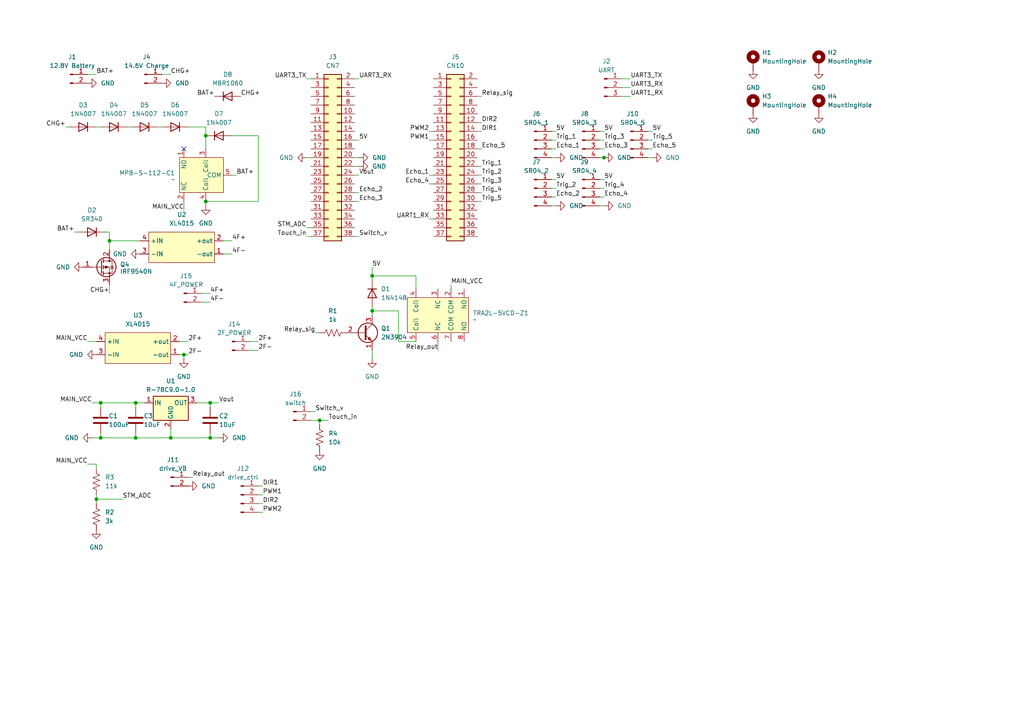
<source format=kicad_sch>
(kicad_sch (version 20250114) (generator "eeschema") (generator_version "9.0")
  (paper "A4")
  (lib_symbols
    (symbol "Connector:Conn_01x02_Pin" (pin_names (offset 1.016) (hide yes))
      (property "Reference" "J" (at 0 2.54 0))
      (property "Value" "Conn_01x02_Pin" (at 0 -5.08 0))
      (symbol "Conn_01x02_Pin_1_1"
        (rectangle (start 0.8636 0.127) (end 0 -0.127) (stroke (width 0.1524)) (fill (type outline)))
        (rectangle (start 0.8636 -2.413) (end 0 -2.667) (stroke (width 0.1524)) (fill (type outline)))
        (polyline (pts (xy 1.27 0) (xy 0.8636 0)) (stroke (width 0.1524)))
        (polyline (pts (xy 1.27 -2.54) (xy 0.8636 -2.54)) (stroke (width 0.1524)))
        (pin passive line (at 5.08 0 180) (length 3.81) (name "Pin_1") (number "1"))
        (pin passive line (at 5.08 -2.54 180) (length 3.81) (name "Pin_2") (number "2"))
      )
    )
    (symbol "Connector:Conn_01x03_Pin" (pin_names (offset 1.016) (hide yes))
      (property "Reference" "J" (at 0 5.08 0))
      (property "Value" "Conn_01x03_Pin" (at 0 -5.08 0))
      (symbol "Conn_01x03_Pin_1_1"
        (rectangle (start 0.8636 2.667) (end 0 2.413) (stroke (width 0.1524)) (fill (type outline)))
        (rectangle (start 0.8636 0.127) (end 0 -0.127) (stroke (width 0.1524)) (fill (type outline)))
        (rectangle (start 0.8636 -2.413) (end 0 -2.667) (stroke (width 0.1524)) (fill (type outline)))
        (polyline (pts (xy 1.27 2.54) (xy 0.8636 2.54)) (stroke (width 0.1524)))
        (polyline (pts (xy 1.27 0) (xy 0.8636 0)) (stroke (width 0.1524)))
        (polyline (pts (xy 1.27 -2.54) (xy 0.8636 -2.54)) (stroke (width 0.1524)))
        (pin passive line (at 5.08 2.54 180) (length 3.81) (name "Pin_1") (number "1"))
        (pin passive line (at 5.08 0 180) (length 3.81) (name "Pin_2") (number "2"))
        (pin passive line (at 5.08 -2.54 180) (length 3.81) (name "Pin_3") (number "3"))
      )
    )
    (symbol "Connector:Conn_01x04_Pin" (pin_names (offset 1.016) (hide yes))
      (property "Reference" "J" (at 0 5.08 0))
      (property "Value" "Conn_01x04_Pin" (at 0 -7.62 0))
      (symbol "Conn_01x04_Pin_1_1"
        (rectangle (start 0.8636 2.667) (end 0 2.413) (stroke (width 0.1524)) (fill (type outline)))
        (rectangle (start 0.8636 0.127) (end 0 -0.127) (stroke (width 0.1524)) (fill (type outline)))
        (rectangle (start 0.8636 -2.413) (end 0 -2.667) (stroke (width 0.1524)) (fill (type outline)))
        (rectangle (start 0.8636 -4.953) (end 0 -5.207) (stroke (width 0.1524)) (fill (type outline)))
        (polyline (pts (xy 1.27 2.54) (xy 0.8636 2.54)) (stroke (width 0.1524)))
        (polyline (pts (xy 1.27 0) (xy 0.8636 0)) (stroke (width 0.1524)))
        (polyline (pts (xy 1.27 -2.54) (xy 0.8636 -2.54)) (stroke (width 0.1524)))
        (polyline (pts (xy 1.27 -5.08) (xy 0.8636 -5.08)) (stroke (width 0.1524)))
        (pin passive line (at 5.08 2.54 180) (length 3.81) (name "Pin_1") (number "1"))
        (pin passive line (at 5.08 0 180) (length 3.81) (name "Pin_2") (number "2"))
        (pin passive line (at 5.08 -2.54 180) (length 3.81) (name "Pin_3") (number "3"))
        (pin passive line (at 5.08 -5.08 180) (length 3.81) (name "Pin_4") (number "4"))
      )
    )
    (symbol "Connector_Generic:Conn_02x19_Odd_Even" (pin_names (offset 1.016) (hide yes))
      (property "Reference" "J" (at 1.27 25.4 0))
      (property "Value" "Conn_02x19_Odd_Even" (at 1.27 -25.4 0))
      (symbol "Conn_02x19_Odd_Even_1_1"
        (rectangle (start -1.27 24.13) (end 3.81 -24.13) (stroke (width 0.254)) (fill (type background)))
        (rectangle (start -1.27 22.987) (end 0 22.733) (stroke (width 0.1524)))
        (rectangle (start -1.27 20.447) (end 0 20.193) (stroke (width 0.1524)))
        (rectangle (start -1.27 17.907) (end 0 17.653) (stroke (width 0.1524)))
        (rectangle (start -1.27 15.367) (end 0 15.113) (stroke (width 0.1524)))
        (rectangle (start -1.27 12.827) (end 0 12.573) (stroke (width 0.1524)))
        (rectangle (start -1.27 10.287) (end 0 10.033) (stroke (width 0.1524)))
        (rectangle (start -1.27 7.747) (end 0 7.493) (stroke (width 0.1524)))
        (rectangle (start -1.27 5.207) (end 0 4.953) (stroke (width 0.1524)))
        (rectangle (start -1.27 2.667) (end 0 2.413) (stroke (width 0.1524)))
        (rectangle (start -1.27 0.127) (end 0 -0.127) (stroke (width 0.1524)))
        (rectangle (start -1.27 -2.413) (end 0 -2.667) (stroke (width 0.1524)))
        (rectangle (start -1.27 -4.953) (end 0 -5.207) (stroke (width 0.1524)))
        (rectangle (start -1.27 -7.493) (end 0 -7.747) (stroke (width 0.1524)))
        (rectangle (start -1.27 -10.033) (end 0 -10.287) (stroke (width 0.1524)))
        (rectangle (start -1.27 -12.573) (end 0 -12.827) (stroke (width 0.1524)))
        (rectangle (start -1.27 -15.113) (end 0 -15.367) (stroke (width 0.1524)))
        (rectangle (start -1.27 -17.653) (end 0 -17.907) (stroke (width 0.1524)))
        (rectangle (start -1.27 -20.193) (end 0 -20.447) (stroke (width 0.1524)))
        (rectangle (start -1.27 -22.733) (end 0 -22.987) (stroke (width 0.1524)))
        (rectangle (start 3.81 22.987) (end 2.54 22.733) (stroke (width 0.1524)))
        (rectangle (start 3.81 20.447) (end 2.54 20.193) (stroke (width 0.1524)))
        (rectangle (start 3.81 17.907) (end 2.54 17.653) (stroke (width 0.1524)))
        (rectangle (start 3.81 15.367) (end 2.54 15.113) (stroke (width 0.1524)))
        (rectangle (start 3.81 12.827) (end 2.54 12.573) (stroke (width 0.1524)))
        (rectangle (start 3.81 10.287) (end 2.54 10.033) (stroke (width 0.1524)))
        (rectangle (start 3.81 7.747) (end 2.54 7.493) (stroke (width 0.1524)))
        (rectangle (start 3.81 5.207) (end 2.54 4.953) (stroke (width 0.1524)))
        (rectangle (start 3.81 2.667) (end 2.54 2.413) (stroke (width 0.1524)))
        (rectangle (start 3.81 0.127) (end 2.54 -0.127) (stroke (width 0.1524)))
        (rectangle (start 3.81 -2.413) (end 2.54 -2.667) (stroke (width 0.1524)))
        (rectangle (start 3.81 -4.953) (end 2.54 -5.207) (stroke (width 0.1524)))
        (rectangle (start 3.81 -7.493) (end 2.54 -7.747) (stroke (width 0.1524)))
        (rectangle (start 3.81 -10.033) (end 2.54 -10.287) (stroke (width 0.1524)))
        (rectangle (start 3.81 -12.573) (end 2.54 -12.827) (stroke (width 0.1524)))
        (rectangle (start 3.81 -15.113) (end 2.54 -15.367) (stroke (width 0.1524)))
        (rectangle (start 3.81 -17.653) (end 2.54 -17.907) (stroke (width 0.1524)))
        (rectangle (start 3.81 -20.193) (end 2.54 -20.447) (stroke (width 0.1524)))
        (rectangle (start 3.81 -22.733) (end 2.54 -22.987) (stroke (width 0.1524)))
        (pin passive line (at -5.08 22.86 0) (length 3.81) (name "Pin_1") (number "1"))
        (pin passive line (at -5.08 20.32 0) (length 3.81) (name "Pin_3") (number "3"))
        (pin passive line (at -5.08 17.78 0) (length 3.81) (name "Pin_5") (number "5"))
        (pin passive line (at -5.08 15.24 0) (length 3.81) (name "Pin_7") (number "7"))
        (pin passive line (at -5.08 12.7 0) (length 3.81) (name "Pin_9") (number "9"))
        (pin passive line (at -5.08 10.16 0) (length 3.81) (name "Pin_11") (number "11"))
        (pin passive line (at -5.08 7.62 0) (length 3.81) (name "Pin_13") (number "13"))
        (pin passive line (at -5.08 5.08 0) (length 3.81) (name "Pin_15") (number "15"))
        (pin passive line (at -5.08 2.54 0) (length 3.81) (name "Pin_17") (number "17"))
        (pin passive line (at -5.08 0 0) (length 3.81) (name "Pin_19") (number "19"))
        (pin passive line (at -5.08 -2.54 0) (length 3.81) (name "Pin_21") (number "21"))
        (pin passive line (at -5.08 -5.08 0) (length 3.81) (name "Pin_23") (number "23"))
        (pin passive line (at -5.08 -7.62 0) (length 3.81) (name "Pin_25") (number "25"))
        (pin passive line (at -5.08 -10.16 0) (length 3.81) (name "Pin_27") (number "27"))
        (pin passive line (at -5.08 -12.7 0) (length 3.81) (name "Pin_29") (number "29"))
        (pin passive line (at -5.08 -15.24 0) (length 3.81) (name "Pin_31") (number "31"))
        (pin passive line (at -5.08 -17.78 0) (length 3.81) (name "Pin_33") (number "33"))
        (pin passive line (at -5.08 -20.32 0) (length 3.81) (name "Pin_35") (number "35"))
        (pin passive line (at -5.08 -22.86 0) (length 3.81) (name "Pin_37") (number "37"))
        (pin passive line (at 7.62 22.86 180) (length 3.81) (name "Pin_2") (number "2"))
        (pin passive line (at 7.62 20.32 180) (length 3.81) (name "Pin_4") (number "4"))
        (pin passive line (at 7.62 17.78 180) (length 3.81) (name "Pin_6") (number "6"))
        (pin passive line (at 7.62 15.24 180) (length 3.81) (name "Pin_8") (number "8"))
        (pin passive line (at 7.62 12.7 180) (length 3.81) (name "Pin_10") (number "10"))
        (pin passive line (at 7.62 10.16 180) (length 3.81) (name "Pin_12") (number "12"))
        (pin passive line (at 7.62 7.62 180) (length 3.81) (name "Pin_14") (number "14"))
        (pin passive line (at 7.62 5.08 180) (length 3.81) (name "Pin_16") (number "16"))
        (pin passive line (at 7.62 2.54 180) (length 3.81) (name "Pin_18") (number "18"))
        (pin passive line (at 7.62 0 180) (length 3.81) (name "Pin_20") (number "20"))
        (pin passive line (at 7.62 -2.54 180) (length 3.81) (name "Pin_22") (number "22"))
        (pin passive line (at 7.62 -5.08 180) (length 3.81) (name "Pin_24") (number "24"))
        (pin passive line (at 7.62 -7.62 180) (length 3.81) (name "Pin_26") (number "26"))
        (pin passive line (at 7.62 -10.16 180) (length 3.81) (name "Pin_28") (number "28"))
        (pin passive line (at 7.62 -12.7 180) (length 3.81) (name "Pin_30") (number "30"))
        (pin passive line (at 7.62 -15.24 180) (length 3.81) (name "Pin_32") (number "32"))
        (pin passive line (at 7.62 -17.78 180) (length 3.81) (name "Pin_34") (number "34"))
        (pin passive line (at 7.62 -20.32 180) (length 3.81) (name "Pin_36") (number "36"))
        (pin passive line (at 7.62 -22.86 180) (length 3.81) (name "Pin_38") (number "38"))
      )
    )
    (symbol "Device:C" (pin_numbers (hide yes)) (pin_names (offset 0.254))
      (property "Reference" "C" (at 0.635 2.54 0))
      (property "Value" "C" (at 0.635 -2.54 0))
      (symbol "C_0_1"
        (polyline (pts (xy -2.032 0.762) (xy 2.032 0.762)) (stroke (width 0.508)))
        (polyline (pts (xy -2.032 -0.762) (xy 2.032 -0.762)) (stroke (width 0.508)))
      )
      (symbol "C_1_1"
        (pin passive line (at 0 3.81 270) (length 2.794) (name "~") (number "1"))
        (pin passive line (at 0 -3.81 90) (length 2.794) (name "~") (number "2"))
      )
    )
    (symbol "Device:R_US" (pin_numbers (hide yes)) (pin_names (offset 0))
      (property "Reference" "R" (at 2.54 0 90))
      (property "Value" "R_US" (at -2.54 0 90))
      (symbol "R_US_0_1"
        (polyline (pts (xy 0 2.286) (xy 0 2.54)))
        (polyline (pts (xy 0 2.286) (xy 1.016 1.905) (xy 0 1.524) (xy -1.016 1.143) (xy 0 0.762)))
        (polyline (pts (xy 0 0.762) (xy 1.016 0.381) (xy 0 0) (xy -1.016 -0.381) (xy 0 -0.762)))
        (polyline (pts (xy 0 -0.762) (xy 1.016 -1.143) (xy 0 -1.524) (xy -1.016 -1.905) (xy 0 -2.286)))
        (polyline (pts (xy 0 -2.286) (xy 0 -2.54)))
      )
      (symbol "R_US_1_1"
        (pin passive line (at 0 3.81 270) (length 1.27) (name "~") (number "1"))
        (pin passive line (at 0 -3.81 90) (length 1.27) (name "~") (number "2"))
      )
    )
    (symbol "Diode:1N4007" (pin_numbers (hide yes)) (pin_names (hide yes))
      (property "Reference" "D" (at 0 2.54 0))
      (property "Value" "1N4007" (at 0 -2.54 0))
      (symbol "1N4007_0_1"
        (polyline (pts (xy -1.27 1.27) (xy -1.27 -1.27)) (stroke (width 0.254)))
        (polyline (pts (xy 1.27 1.27) (xy 1.27 -1.27) (xy -1.27 0) (xy 1.27 1.27)) (stroke (width 0.254)))
        (polyline (pts (xy 1.27 0) (xy -1.27 0)))
      )
      (symbol "1N4007_1_1"
        (pin passive line (at -3.81 0 0) (length 2.54) (name "K") (number "1"))
        (pin passive line (at 3.81 0 180) (length 2.54) (name "A") (number "2"))
      )
    )
    (symbol "Diode:1N4148" (pin_numbers (hide yes)) (pin_names (hide yes))
      (property "Reference" "D" (at 0 2.54 0))
      (property "Value" "1N4148" (at 0 -2.54 0))
      (symbol "1N4148_0_1"
        (polyline (pts (xy -1.27 1.27) (xy -1.27 -1.27)) (stroke (width 0.254)))
        (polyline (pts (xy 1.27 1.27) (xy 1.27 -1.27) (xy -1.27 0) (xy 1.27 1.27)) (stroke (width 0.254)))
        (polyline (pts (xy 1.27 0) (xy -1.27 0)))
      )
      (symbol "1N4148_1_1"
        (pin passive line (at -3.81 0 0) (length 2.54) (name "K") (number "1"))
        (pin passive line (at 3.81 0 180) (length 2.54) (name "A") (number "2"))
      )
    )
    (symbol "Mechanical:MountingHole_Pad" (pin_numbers (hide yes)) (pin_names (offset 1.016) (hide yes)) (in_bom no)
      (property "Reference" "H" (at 0 6.35 0))
      (property "Value" "MountingHole_Pad" (at 0 4.445 0))
      (symbol "MountingHole_Pad_0_1"
        (circle (center 0 1.27) (radius 1.27) (stroke (width 1.27)))
      )
      (symbol "MountingHole_Pad_1_1"
        (pin input line (at 0 -2.54 90) (length 2.54) (name "1") (number "1"))
      )
    )
    (symbol "Regulator_Switching:R-78C9.0-1.0" (pin_names (offset 0.254))
      (property "Reference" "U" (at -3.81 3.175 0))
      (property "Value" "R-78C9.0-1.0" (at 0 3.175 0))
      (symbol "R-78C9.0-1.0_0_1"
        (rectangle (start -5.08 1.905) (end 5.08 -5.08) (stroke (width 0.254)) (fill (type background)))
      )
      (symbol "R-78C9.0-1.0_1_1"
        (pin power_in line (at -7.62 0 0) (length 2.54) (name "IN") (number "1"))
        (pin power_in line (at 0 -7.62 90) (length 2.54) (name "GND") (number "2"))
        (pin power_out line (at 7.62 0 180) (length 2.54) (name "OUT") (number "3"))
      )
    )
    (symbol "Transistor_BJT:2N3904" (pin_names (offset 0) (hide yes))
      (property "Reference" "Q" (at 5.08 1.905 0))
      (property "Value" "2N3904" (at 5.08 0 0))
      (symbol "2N3904_0_1"
        (polyline (pts (xy -2.54 0) (xy 0.635 0)))
        (polyline (pts (xy 0.635 1.905) (xy 0.635 -1.905)) (stroke (width 0.508)))
        (circle (center 1.27 0) (radius 2.8194) (stroke (width 0.254)))
      )
      (symbol "2N3904_1_1"
        (polyline (pts (xy 0.635 0.635) (xy 2.54 2.54)))
        (polyline (pts (xy 0.635 -0.635) (xy 2.54 -2.54)))
        (polyline (pts (xy 1.27 -1.778) (xy 1.778 -1.27) (xy 2.286 -2.286) (xy 1.27 -1.778)) (fill (type outline)))
        (pin input line (at -5.08 0 0) (length 2.54) (name "B") (number "2"))
        (pin passive line (at 2.54 5.08 270) (length 2.54) (name "C") (number "3"))
        (pin passive line (at 2.54 -5.08 90) (length 2.54) (name "E") (number "1"))
      )
    )
    (symbol "Transistor_FET:IRF9540N" (pin_names (hide yes))
      (property "Reference" "Q" (at 5.08 1.905 0))
      (property "Value" "IRF9540N" (at 5.08 0 0))
      (symbol "IRF9540N_0_1"
        (polyline (pts (xy 0.254 1.905) (xy 0.254 -1.905)) (stroke (width 0.254)))
        (polyline (pts (xy 0.254 0) (xy -2.54 0)))
        (polyline (pts (xy 0.762 2.286) (xy 0.762 1.27)) (stroke (width 0.254)))
        (polyline (pts (xy 0.762 1.778) (xy 3.302 1.778) (xy 3.302 -1.778) (xy 0.762 -1.778)))
        (polyline (pts (xy 0.762 0.508) (xy 0.762 -0.508)) (stroke (width 0.254)))
        (polyline (pts (xy 0.762 -1.27) (xy 0.762 -2.286)) (stroke (width 0.254)))
        (circle (center 1.651 0) (radius 2.794) (stroke (width 0.254)))
        (polyline (pts (xy 2.286 0) (xy 1.27 0.381) (xy 1.27 -0.381) (xy 2.286 0)) (fill (type outline)))
        (polyline (pts (xy 2.54 2.54) (xy 2.54 1.778)))
        (circle (center 2.54 1.778) (radius 0.254) (fill (type outline)))
        (circle (center 2.54 -1.778) (radius 0.254) (fill (type outline)))
        (polyline (pts (xy 2.54 -2.54) (xy 2.54 0) (xy 0.762 0)))
        (polyline (pts (xy 2.794 -0.508) (xy 2.921 -0.381) (xy 3.683 -0.381) (xy 3.81 -0.254)))
        (polyline (pts (xy 3.302 -0.381) (xy 2.921 0.254) (xy 3.683 0.254) (xy 3.302 -0.381)))
      )
      (symbol "IRF9540N_1_1"
        (pin input line (at -5.08 0 0) (length 2.54) (name "G") (number "1"))
        (pin passive line (at 2.54 5.08 270) (length 2.54) (name "D") (number "2"))
        (pin passive line (at 2.54 -5.08 90) (length 2.54) (name "S") (number "3"))
      )
    )
    (symbol "XL4015:XL4015"
      (property "Reference" "U4" (at -0.635 2.54 0))
      (property "Value" "XL4015" (at -0.635 0 0))
      (symbol "XL4015_0_1"
        (rectangle (start -10.16 -2.54) (end 8.89 -11.43) (stroke (width 0.1524)) (fill (type background)))
      )
      (symbol "XL4015_1_1"
        (pin power_out line (at -12.7 -5.08 0) (length 2.54) (name "-out") (number "1"))
        (pin power_out line (at -12.7 -8.89 0) (length 2.54) (name "+out") (number "2"))
        (pin power_in line (at 11.43 -5.08 180) (length 2.54) (name "-IN") (number "3"))
        (pin power_in line (at 11.43 -8.89 180) (length 2.54) (name "+IN") (number "4"))
      )
    )
    (symbol "capstone:MPB-S-112-C"
      (property "Reference" "MPB-S-112-C1" (at -6.35 -0.6349 0))
      (property "Value" "~" (at -6.35 -2.54 0))
      (symbol "MPB-S-112-C_1_1"
        (rectangle (start -5.08 3.8099) (end 7.62 -6.3499) (fill (type background)))
        (pin output line (at -3.81 6.35 270) (length 2.54) (name "NO") (number "1"))
        (pin output line (at -3.81 -8.89 90) (length 2.54) (name "NC") (number "2"))
        (pin input line (at 2.54 6.35 270) (length 2.54) (name "Coil") (number "3"))
        (pin input line (at 2.54 -8.89 90) (length 2.54) (name "Coil") (number "4"))
        (pin input line (at 10.16 -1.27 180) (length 2.54) (name "COM") (number "5"))
      )
    )
    (symbol "capstone:TRA2L-5VCD-Z"
      (property "Reference" "TRA2L-5VCD-Z" (at 16.51 0 0))
      (symbol "TRA2L-5VCD-Z_1_1"
        (rectangle (start -8.89 5.0799) (end 8.89 -5.0799) (fill (type background)))
        (pin input line (at -6.35 7.62 270) (length 2.54) (name "Coil") (number "4"))
        (pin input line (at -6.35 -7.62 90) (length 2.54) (name "Coil") (number "5"))
        (pin output line (at 0 7.62 270) (length 2.54) (name "NC") (number "3"))
        (pin output line (at 0 -7.62 90) (length 2.54) (name "NC") (number "6"))
        (pin input line (at 3.81 7.62 270) (length 2.54) (name "COM") (number "2"))
        (pin input line (at 3.81 -7.62 90) (length 2.54) (name "COM") (number "7"))
        (pin output line (at 7.62 7.62 270) (length 2.54) (name "NO") (number "1"))
        (pin output line (at 7.62 -7.62 90) (length 2.54) (name "NO") (number "8"))
      )
    )
    (symbol "power:GND" (power) (pin_numbers (hide yes)) (pin_names (offset 0) (hide yes))
      (property "Value" "GND" (at 0 -3.81 0))
      (symbol "GND_0_1"
        (polyline (pts (xy 0 0) (xy 0 -1.27) (xy 1.27 -1.27) (xy 0 -2.54) (xy -1.27 -1.27) (xy 0 -1.27)))
      )
      (symbol "GND_1_1"
        (pin power_in line (at 0 0 270) (length 0) (name "~") (number "1"))
      )
    )
  )
  (junction (at 49.53 127))
  (junction (at 59.69 58.42))
  (junction (at 107.95 80.01))
  (junction (at 107.95 90.17))
  (junction (at 53.34 102.87))
  (junction (at 39.37 127))
  (junction (at 175.1805 45.72))
  (junction (at 29.21 127))
  (junction (at 60.96 116.84))
  (junction (at 29.21 116.84))
  (junction (at 27.94 144.78))
  (junction (at 31.75 69.85))
  (junction (at 92.71 121.92))
  (junction (at 59.69 39.37))
  (junction (at 39.37 116.84))
  (junction (at 60.96 127))
  (no_connect (at 53.34 43.18))
  (wire (pts (xy 54.61 36.83) (xy 59.69 36.83)))
  (wire (pts (xy 25.4 134.62) (xy 27.94 134.62)))
  (wire (pts (xy 88.9 68.58) (xy 90.17 68.58)))
  (wire (pts (xy 49.53 127) (xy 60.96 127)))
  (wire (pts (xy 60.96 116.84) (xy 63.5 116.84)))
  (wire (pts (xy 130.81 82.55) (xy 130.81 83.82)))
  (wire (pts (xy 74.93 140.97) (xy 76.2 140.97)))
  (wire (pts (xy 26.67 127) (xy 29.21 127)))
  (wire (pts (xy 180.34 27.94) (xy 182.88 27.94)))
  (wire (pts (xy 115.57 90.17) (xy 115.57 99.06)))
  (wire (pts (xy 160.02 38.1) (xy 161.29 38.1)))
  (wire (pts (xy 53.34 102.87) (xy 53.34 104.14)))
  (wire (pts (xy 127 99.06) (xy 127 101.6)))
  (wire (pts (xy 160.02 54.61) (xy 161.29 54.61)))
  (wire (pts (xy 49.53 124.46) (xy 49.53 127)))
  (wire (pts (xy 160.02 43.18) (xy 161.29 43.18)))
  (wire (pts (xy 107.95 77.47) (xy 107.95 80.01)))
  (wire (pts (xy 173.99 57.15) (xy 175.26 57.15)))
  (wire (pts (xy 29.21 127) (xy 39.37 127)))
  (wire (pts (xy 58.42 87.63) (xy 60.96 87.63)))
  (wire (pts (xy 31.75 82.55) (xy 31.75 85.09)))
  (wire (pts (xy 31.75 67.31) (xy 31.75 69.85)))
  (wire (pts (xy 138.43 48.26) (xy 139.7 48.26)))
  (wire (pts (xy 90.17 121.92) (xy 92.71 121.92)))
  (wire (pts (xy 138.43 38.1) (xy 139.7 38.1)))
  (wire (pts (xy 88.9 45.72) (xy 90.17 45.72)))
  (wire (pts (xy 21.59 67.31) (xy 22.86 67.31)))
  (wire (pts (xy 59.69 39.37) (xy 59.69 43.18)))
  (wire (pts (xy 138.43 35.56) (xy 139.7 35.56)))
  (wire (pts (xy 173.99 40.64) (xy 175.26 40.64)))
  (wire (pts (xy 92.71 121.92) (xy 95.25 121.92)))
  (wire (pts (xy 58.42 85.09) (xy 60.96 85.09)))
  (wire (pts (xy 88.9 22.86) (xy 90.17 22.86)))
  (wire (pts (xy 92.71 121.92) (xy 92.71 123.19)))
  (wire (pts (xy 39.37 118.11) (xy 39.37 116.84)))
  (wire (pts (xy 36.83 36.83) (xy 38.1 36.83)))
  (wire (pts (xy 64.77 69.85) (xy 67.31 69.85)))
  (wire (pts (xy 25.4 99.06) (xy 27.94 99.06)))
  (wire (pts (xy 115.57 99.06) (xy 120.65 99.06)))
  (wire (pts (xy 138.43 50.8) (xy 139.7 50.8)))
  (wire (pts (xy 31.75 72.39) (xy 31.75 69.85)))
  (wire (pts (xy 27.94 134.62) (xy 27.94 135.89)))
  (wire (pts (xy 107.95 88.9) (xy 107.95 90.17)))
  (wire (pts (xy 160.02 45.72) (xy 161.29 45.72)))
  (wire (pts (xy 53.34 58.42) (xy 53.34 60.96)))
  (wire (pts (xy 72.39 99.06) (xy 74.93 99.06)))
  (wire (pts (xy 138.43 43.18) (xy 139.7 43.18)))
  (wire (pts (xy 88.9 66.04) (xy 90.17 66.04)))
  (wire (pts (xy 67.31 39.37) (xy 74.93 39.37)))
  (wire (pts (xy 60.96 116.84) (xy 60.96 118.11)))
  (wire (pts (xy 102.87 22.86) (xy 104.14 22.86)))
  (wire (pts (xy 138.43 58.42) (xy 139.7 58.42)))
  (wire (pts (xy 30.48 67.31) (xy 31.75 67.31)))
  (wire (pts (xy 187.96 43.18) (xy 189.23 43.18)))
  (wire (pts (xy 90.17 119.38) (xy 91.44 119.38)))
  (wire (pts (xy 160.02 59.69) (xy 161.29 59.69)))
  (wire (pts (xy 27.94 36.83) (xy 29.21 36.83)))
  (wire (pts (xy 102.87 50.8) (xy 104.14 50.8)))
  (wire (pts (xy 187.96 45.72) (xy 189.23 45.72)))
  (wire (pts (xy 52.07 99.06) (xy 54.61 99.06)))
  (wire (pts (xy 120.65 80.01) (xy 107.95 80.01)))
  (wire (pts (xy 39.37 125.73) (xy 39.37 127)))
  (wire (pts (xy 102.87 58.42) (xy 104.14 58.42)))
  (wire (pts (xy 120.65 83.82) (xy 120.65 80.01)))
  (wire (pts (xy 115.57 90.17) (xy 107.95 90.17)))
  (wire (pts (xy 107.95 90.17) (xy 107.95 91.44)))
  (wire (pts (xy 26.67 116.84) (xy 29.21 116.84)))
  (wire (pts (xy 27.94 143.51) (xy 27.94 144.78)))
  (wire (pts (xy 72.39 101.6) (xy 74.93 101.6)))
  (wire (pts (xy 64.77 73.66) (xy 67.31 73.66)))
  (wire (pts (xy 124.46 38.1) (xy 125.73 38.1)))
  (wire (pts (xy 138.43 55.88) (xy 139.7 55.88)))
  (wire (pts (xy 124.46 63.5) (xy 125.73 63.5)))
  (wire (pts (xy 173.99 45.72) (xy 175.1805 45.72)))
  (wire (pts (xy 31.75 69.85) (xy 40.64 69.85)))
  (wire (pts (xy 57.15 116.84) (xy 60.96 116.84)))
  (wire (pts (xy 187.96 38.1) (xy 189.23 38.1)))
  (wire (pts (xy 52.07 102.87) (xy 53.34 102.87)))
  (wire (pts (xy 74.93 146.05) (xy 76.2 146.05)))
  (wire (pts (xy 102.87 48.26) (xy 104.14 48.26)))
  (wire (pts (xy 67.31 50.8) (xy 68.58 50.8)))
  (wire (pts (xy 46.99 21.59) (xy 49.53 21.59)))
  (wire (pts (xy 160.02 40.64) (xy 161.29 40.64)))
  (wire (pts (xy 124.46 50.8) (xy 125.73 50.8)))
  (wire (pts (xy 39.37 127) (xy 49.53 127)))
  (wire (pts (xy 124.46 40.64) (xy 125.73 40.64)))
  (wire (pts (xy 107.95 101.6) (xy 107.95 104.14)))
  (wire (pts (xy 29.21 125.73) (xy 29.21 127)))
  (wire (pts (xy 138.43 53.34) (xy 139.7 53.34)))
  (wire (pts (xy 29.21 116.84) (xy 29.21 118.11)))
  (wire (pts (xy 29.21 116.84) (xy 39.37 116.84)))
  (wire (pts (xy 173.99 43.18) (xy 175.26 43.18)))
  (wire (pts (xy 74.93 148.59) (xy 76.2 148.59)))
  (wire (pts (xy 160.02 52.07) (xy 161.29 52.07)))
  (wire (pts (xy 175.1805 45.72) (xy 175.26 45.72)))
  (wire (pts (xy 173.99 54.61) (xy 175.26 54.61)))
  (wire (pts (xy 35.56 144.78) (xy 27.94 144.78)))
  (wire (pts (xy 102.87 40.64) (xy 104.14 40.64)))
  (wire (pts (xy 187.96 40.64) (xy 189.23 40.64)))
  (wire (pts (xy 74.93 143.51) (xy 76.2 143.51)))
  (wire (pts (xy 59.69 59.69) (xy 59.69 58.42)))
  (wire (pts (xy 173.99 38.1) (xy 175.26 38.1)))
  (wire (pts (xy 19.05 36.83) (xy 20.32 36.83)))
  (wire (pts (xy 102.87 45.72) (xy 104.14 45.72)))
  (wire (pts (xy 102.87 55.88) (xy 104.14 55.88)))
  (wire (pts (xy 74.93 58.42) (xy 59.69 58.42)))
  (wire (pts (xy 45.72 36.83) (xy 46.99 36.83)))
  (wire (pts (xy 25.4 21.59) (xy 27.94 21.59)))
  (wire (pts (xy 55.88 138.43) (xy 54.61 138.43)))
  (wire (pts (xy 173.99 59.69) (xy 175.26 59.69)))
  (wire (pts (xy 160.02 57.15) (xy 161.29 57.15)))
  (wire (pts (xy 107.95 80.01) (xy 107.95 81.28)))
  (wire (pts (xy 180.34 22.86) (xy 182.88 22.86)))
  (wire (pts (xy 173.99 52.07) (xy 175.26 52.07)))
  (wire (pts (xy 60.96 127) (xy 63.5 127)))
  (wire (pts (xy 102.87 68.58) (xy 104.14 68.58)))
  (wire (pts (xy 27.94 144.78) (xy 27.94 146.05)))
  (wire (pts (xy 138.43 27.94) (xy 139.7 27.94)))
  (wire (pts (xy 74.93 39.37) (xy 74.93 58.42)))
  (wire (pts (xy 39.37 116.84) (xy 41.91 116.84)))
  (wire (pts (xy 60.96 125.73) (xy 60.96 127)))
  (wire (pts (xy 59.69 36.83) (xy 59.69 39.37)))
  (wire (pts (xy 91.44 96.52) (xy 92.71 96.52)))
  (wire (pts (xy 180.34 25.4) (xy 182.88 25.4)))
  (wire (pts (xy 53.34 102.87) (xy 54.61 102.87)))
  (wire (pts (xy 124.46 53.34) (xy 125.73 53.34)))
  (label "Trig_5" (at 139.7 58.42 0))
  (label "Trig_3" (at 139.7 53.34 0))
  (label "Relay_sig" (at 91.44 96.52 180))
  (label "2F-" (at 54.61 102.87 0))
  (label "Echo_1" (at 124.46 50.8 180))
  (label "Trig_5" (at 189.23 40.64 0))
  (label "Trig_4" (at 139.7 55.88 0))
  (label "Echo_4" (at 175.26 57.15 0))
  (label "UART3_RX" (at 104.14 22.86 0))
  (label "5V" (at 104.14 40.64 0))
  (label "BAT+" (at 62.23 27.94 180))
  (label "UART3_RX" (at 182.88 25.4 0))
  (label "2F+" (at 74.93 99.06 0))
  (label "Echo_2" (at 161.29 57.15 0))
  (label "CHG+" (at 19.05 36.83 180))
  (label "STM_ADC" (at 88.9 66.04 180))
  (label "BAT+" (at 68.58 50.8 0))
  (label "BAT+" (at 21.59 67.31 180))
  (label "PWM1" (at 124.46 40.64 180))
  (label "5V" (at 161.29 38.1 0))
  (label "2F+" (at 54.61 99.06 0))
  (label "DIR2" (at 139.7 35.56 0))
  (label "Trig_4" (at 175.26 54.61 0))
  (label "Vout" (at 63.5 116.84 0))
  (label "DIR1" (at 76.2 140.97 0))
  (label "PWM2" (at 124.46 38.1 180))
  (label "5V" (at 189.23 38.1 0))
  (label "Echo_5" (at 189.23 43.18 0))
  (label "5V" (at 161.29 52.07 0))
  (label "Trig_2" (at 139.7 50.8 0))
  (label "Switch_v" (at 91.44 119.38 0))
  (label "4F-" (at 67.31 73.66 0))
  (label "4F+" (at 60.96 85.09 0))
  (label "CHG+" (at 69.85 27.94 0))
  (label "Relay_out" (at 127 101.6 180))
  (label "Trig_1" (at 161.29 40.64 0))
  (label "5V" (at 107.95 77.47 0))
  (label "PWM2" (at 76.2 148.59 0))
  (label "MAIN_VCC" (at 26.67 116.84 180))
  (label "BAT+" (at 27.94 21.59 0))
  (label "UART3_TX" (at 88.9 22.86 180))
  (label "MAIN_VCC" (at 130.81 82.55 0))
  (label "CHG+" (at 49.53 21.59 0))
  (label "4F+" (at 67.31 69.85 0))
  (label "Switch_v" (at 104.14 68.58 0))
  (label "Trig_1" (at 139.7 48.26 0))
  (label "Trig_3" (at 175.26 40.64 0))
  (label "Echo_3" (at 104.14 58.42 0))
  (label "Echo_3" (at 175.26 43.18 0))
  (label "DIR1" (at 139.7 38.1 0))
  (label "Echo_5" (at 139.7 43.18 0))
  (label "Relay_sig" (at 139.7 27.94 0))
  (label "DIR2" (at 76.2 146.05 0))
  (label "Echo_1" (at 161.29 43.18 0))
  (label "Touch_in" (at 95.25 121.92 0))
  (label "2F-" (at 74.93 101.6 0))
  (label "5V" (at 175.26 38.1 0))
  (label "Touch_in" (at 88.9 68.58 180))
  (label "STM_ADC" (at 35.56 144.78 0))
  (label "MAIN_VCC" (at 25.4 99.06 180))
  (label "Echo_2" (at 104.14 55.88 0))
  (label "UART1_RX" (at 124.46 63.5 180))
  (label "CHG+" (at 31.75 85.09 180))
  (label "UART3_TX" (at 182.88 22.86 0))
  (label "Trig_2" (at 161.29 54.61 0))
  (label "UART1_RX" (at 182.88 27.94 0))
  (label "Echo_4" (at 124.46 53.34 180))
  (label "Relay_out" (at 55.88 138.43 0))
  (label "PWM1" (at 76.2 143.51 0))
  (label "4F-" (at 60.96 87.63 0))
  (label "MAIN_VCC" (at 53.34 60.96 180))
  (label "MAIN_VCC" (at 25.4 134.62 180))
  (label "5V" (at 175.26 52.07 0))
  (label "Vout" (at 104.14 50.8 0))
  (symbol (lib_id "Connector:Conn_01x04_Pin") (at 154.94 54.61 0) (unit 1)
    (property "Reference" "J7" (at 155.575 46.99 0))
    (property "Value" "SR04_2" (at 155.575 49.53 0))
    (property "Footprint" "Connector_Molex:Molex_SPOX_5267-04A_1x04_P2.50mm_Vertical" (effects (hide yes)))
    (property "Description" "Generic connector, single row, 01x04, script generated" (effects (hide yes)))
  )
  (symbol (lib_id "Connector:Conn_01x02_Pin") (at 85.09 119.38 0) (unit 1)
    (property "Reference" "J16" (at 85.725 114.3 0))
    (property "Value" "switch" (at 85.725 116.84 0))
    (property "Footprint" "Connector_Molex:Molex_Mini-Fit_Jr_5566-02A_2x01_P4.20mm_Vertical" (effects (hide yes)))
    (property "Description" "Generic connector, single row, 01x02, script generated" (effects (hide yes)))
  )
  (symbol (lib_id "power:GND") (at 218.44 33.02 0) (unit 1)
    (property "Reference" "#PWR022" (effects (hide yes)))
    (property "Value" "GND" (at 218.44 38.1 0))
    (property "Description" "Power symbol creates a global label with name \"GND\" , ground" (effects (hide yes)))
  )
  (symbol (lib_id "power:GND") (at 54.61 140.97 90) (mirror x) (unit 1)
    (property "Reference" "#PWR04" (effects (hide yes)))
    (property "Value" "GND" (at 58.42 140.9699 90) (effects (justify right)))
    (property "Description" "Power symbol creates a global label with name \"GND\" , ground" (effects (hide yes)))
  )
  (symbol (lib_id "Diode:1N4007") (at 33.02 36.83 180) (unit 1)
    (property "Reference" "D4" (at 33.02 30.48 0))
    (property "Value" "1N4007" (at 33.02 33.02 0))
    (property "Footprint" "Diode_THT:D_DO-41_SOD81_P10.16mm_Horizontal" (effects (hide yes)))
    (property "Datasheet" "http://www.vishay.com/docs/88503/1n4001.pdf" (effects (hide yes)))
    (property "Description" "1000V 1A General Purpose Rectifier Diode, DO-41" (effects (hide yes)))
    (property "Sim.Device" "D" (effects (hide yes)))
    (property "Sim.Pins" "1=K 2=A" (effects (hide yes)))
  )
  (symbol (lib_id "Device:C") (at 39.37 121.92 0) (unit 1)
    (property "Reference" "C3" (at 41.656 120.65 0) (effects (justify left)))
    (property "Value" "10uF" (at 41.656 123.19 0) (effects (justify left)))
    (property "Footprint" "Capacitor_SMD:C_1206_3216Metric" (effects (hide yes)))
    (property "Description" "Unpolarized capacitor" (effects (hide yes)))
  )
  (symbol (lib_id "power:GND") (at 27.94 102.87 270) (unit 1)
    (property "Reference" "#PWR016" (effects (hide yes)))
    (property "Value" "GND" (at 24.13 102.8699 90) (effects (justify right)))
    (property "Description" "Power symbol creates a global label with name \"GND\" , ground" (effects (hide yes)))
  )
  (symbol (lib_id "power:GND") (at 237.49 33.02 0) (unit 1)
    (property "Reference" "#PWR023" (effects (hide yes)))
    (property "Value" "GND" (at 237.49 38.1 0))
    (property "Description" "Power symbol creates a global label with name \"GND\" , ground" (effects (hide yes)))
  )
  (symbol (lib_id "Connector:Conn_01x04_Pin") (at 168.91 54.61 0) (unit 1)
    (property "Reference" "J9" (at 169.545 46.99 0))
    (property "Value" "SR04_4" (at 169.545 49.53 0))
    (property "Footprint" "Connector_Molex:Molex_SPOX_5267-04A_1x04_P2.50mm_Vertical" (effects (hide yes)))
    (property "Description" "Generic connector, single row, 01x04, script generated" (effects (hide yes)))
  )
  (symbol (lib_id "power:GND") (at 40.64 73.66 270) (unit 1)
    (property "Reference" "#PWR013" (effects (hide yes)))
    (property "Value" "GND" (at 36.83 73.6599 90) (effects (justify right)))
    (property "Description" "Power symbol creates a global label with name \"GND\" , ground" (effects (hide yes)))
  )
  (symbol (lib_id "Mechanical:MountingHole_Pad") (at 237.49 30.48 0) (unit 1) (in_bom no)
    (property "Reference" "H4" (at 240.03 27.9399 0) (effects (justify left)))
    (property "Value" "MountingHole" (at 240.03 30.4799 0) (effects (justify left)))
    (property "Footprint" "MountingHole:MountingHole_2.5mm_Pad" (effects (hide yes)))
    (property "Description" "Mounting Hole with connection" (effects (hide yes)))
  )
  (symbol (lib_id "Device:C") (at 60.96 121.92 0) (unit 1)
    (property "Reference" "C2" (at 63.5 120.65 0) (effects (justify left)))
    (property "Value" "10uF" (at 63.5 123.19 0) (effects (justify left)))
    (property "Footprint" "Capacitor_SMD:C_1206_3216Metric" (effects (hide yes)))
    (property "Description" "Unpolarized capacitor" (effects (hide yes)))
  )
  (symbol (lib_id "XL4015:XL4015") (at 52.07 78.74 180) (unit 1)
    (property "Reference" "U2" (at 52.705 62.23 0))
    (property "Value" "XL4015" (at 52.705 64.77 0))
    (property "Footprint" "XL4015:XL4015" (effects (hide yes)))
  )
  (symbol (lib_id "Connector:Conn_01x04_Pin") (at 154.94 40.64 0) (unit 1)
    (property "Reference" "J6" (at 155.575 33.02 0))
    (property "Value" "SR04_1" (at 155.575 35.56 0))
    (property "Footprint" "Connector_Molex:Molex_SPOX_5267-04A_1x04_P2.50mm_Vertical" (effects (hide yes)))
    (property "Description" "Generic connector, single row, 01x04, script generated" (effects (hide yes)))
  )
  (symbol (lib_id "power:GND") (at 175.1805 45.72 90) (unit 1)
    (property "Reference" "#PWR07" (effects (hide yes)))
    (property "Value" "GND" (at 178.9905 45.7199 90) (effects (justify right)))
    (property "Description" "Power symbol creates a global label with name \"GND\" , ground" (effects (hide yes)))
  )
  (symbol (lib_id "power:GND") (at 53.34 104.14 0) (unit 1)
    (property "Reference" "#PWR024" (effects (hide yes)))
    (property "Value" "GND" (at 53.34 109.22 0))
    (property "Description" "Power symbol creates a global label with name \"GND\" , ground" (effects (hide yes)))
  )
  (symbol (lib_id "Mechanical:MountingHole_Pad") (at 218.44 17.78 0) (unit 1) (in_bom no)
    (property "Reference" "H1" (at 220.98 15.2399 0) (effects (justify left)))
    (property "Value" "MountingHole" (at 220.98 17.7799 0) (effects (justify left)))
    (property "Footprint" "MountingHole:MountingHole_2.5mm_Pad" (effects (hide yes)))
    (property "Description" "Mounting Hole with connection" (effects (hide yes)))
  )
  (symbol (lib_id "capstone:TRA2L-5VCD-Z") (at 127 91.44 0) (unit 1)
    (property "Reference" "TRA2L-5VCD-Z1" (at 137.16 90.8049 0) (effects (justify left)))
    (property "Value" "~" (at 137.16 92.71 0) (effects (justify left)))
    (property "Footprint" "capstone:TRA2L-5VCD-Z" (effects (hide yes)))
  )
  (symbol (lib_id "Connector:Conn_01x02_Pin") (at 41.91 21.59 0) (unit 1)
    (property "Reference" "J4" (at 42.545 16.51 0))
    (property "Value" "14.6V Charge" (at 42.545 19.05 0))
    (property "Footprint" "Connector_Molex:Molex_Mini-Fit_Jr_5566-02A_2x01_P4.20mm_Vertical" (effects (hide yes)))
    (property "Description" "Generic connector, single row, 01x02, script generated" (effects (hide yes)))
  )
  (symbol (lib_id "power:GND") (at 24.13 77.47 270) (unit 1)
    (property "Reference" "#PWR014" (effects (hide yes)))
    (property "Value" "GND" (at 20.32 77.4699 90) (effects (justify right)))
    (property "Description" "Power symbol creates a global label with name \"GND\" , ground" (effects (hide yes)))
  )
  (symbol (lib_id "Transistor_BJT:2N3904") (at 105.41 96.52 0) (unit 1)
    (property "Reference" "Q1" (at 110.49 95.2499 0) (effects (justify left)))
    (property "Value" "2N3904" (at 110.49 97.7899 0) (effects (justify left)))
    (property "Footprint" "Package_TO_SOT_THT:TO-92_Inline" (effects (hide yes)))
    (property "Datasheet" "https://www.onsemi.com/pub/Collateral/2N3903-D.PDF" (effects (hide yes)))
    (property "Description" "0.2A Ic, 40V Vce, Small Signal NPN Transistor, TO-92" (effects (hide yes)))
  )
  (symbol (lib_id "power:GND") (at 59.69 59.69 0) (unit 1)
    (property "Reference" "#PWR020" (effects (hide yes)))
    (property "Value" "GND" (at 59.69 64.77 0))
    (property "Description" "Power symbol creates a global label with name \"GND\" , ground" (effects (hide yes)))
  )
  (symbol (lib_id "Device:R_US") (at 96.52 96.52 90) (unit 1)
    (property "Reference" "R1" (at 96.52 90.17 90))
    (property "Value" "1k" (at 96.52 92.71 90))
    (property "Footprint" "Resistor_SMD:R_1206_3216Metric" (effects (hide yes)))
    (property "Description" "Resistor, US symbol" (effects (hide yes)))
  )
  (symbol (lib_id "power:GND") (at 218.44 20.32 0) (unit 1)
    (property "Reference" "#PWR017" (effects (hide yes)))
    (property "Value" "GND" (at 218.44 25.4 0))
    (property "Description" "Power symbol creates a global label with name \"GND\" , ground" (effects (hide yes)))
  )
  (symbol (lib_id "power:GND") (at 107.95 104.14 0) (unit 1)
    (property "Reference" "#PWR03" (effects (hide yes)))
    (property "Value" "GND" (at 107.95 109.22 0))
    (property "Description" "Power symbol creates a global label with name \"GND\" , ground" (effects (hide yes)))
  )
  (symbol (lib_id "Connector_Generic:Conn_02x19_Odd_Even") (at 130.81 45.72 0) (unit 1)
    (property "Reference" "J5" (at 132.08 16.51 0))
    (property "Value" "CN10" (at 132.08 19.05 0))
    (property "Footprint" "Connector_PinSocket_2.54mm:PinSocket_2x19_P2.54mm_Vertical" (effects (hide yes)))
    (property "Description" "Generic connector, double row, 02x19, odd/even pin numbering scheme (row 1 odd numbers, row 2 even numbers), script generated (kicad-library-utils/schlib/autogen/connector/)" (effects (hide yes)))
  )
  (symbol (lib_id "Mechanical:MountingHole_Pad") (at 237.49 17.78 0) (unit 1) (in_bom no)
    (property "Reference" "H2" (at 240.03 15.2399 0) (effects (justify left)))
    (property "Value" "MountingHole" (at 240.03 17.7799 0) (effects (justify left)))
    (property "Footprint" "MountingHole:MountingHole_2.5mm_Pad" (effects (hide yes)))
    (property "Description" "Mounting Hole with connection" (effects (hide yes)))
  )
  (symbol (lib_id "Regulator_Switching:R-78C9.0-1.0") (at 49.53 116.84 0) (unit 1)
    (property "Reference" "U1" (at 49.53 110.49 0))
    (property "Value" "R-78C9.0-1.0" (at 49.53 113.03 0))
    (property "Footprint" "Converter_DCDC:Converter_DCDC_RECOM_R-78E-0.5_THT" (effects (hide yes)))
    (property "Datasheet" "https://www.recom-power.com/pdf/Innoline/R-78Cxx-1.0.pdf" (effects (hide yes)))
    (property "Description" "1A Step-Down DC/DC-Regulator, 12-42V input, 9V fixed Output Voltage, LM78xx replacement, -40°C to +85°C, SIP3" (effects (hide yes)))
  )
  (symbol (lib_id "Diode:1N4007") (at 24.13 36.83 180) (unit 1)
    (property "Reference" "D3" (at 24.13 30.48 0))
    (property "Value" "1N4007" (at 24.13 33.02 0))
    (property "Footprint" "Diode_THT:D_DO-41_SOD81_P10.16mm_Horizontal" (effects (hide yes)))
    (property "Datasheet" "http://www.vishay.com/docs/88503/1n4001.pdf" (effects (hide yes)))
    (property "Description" "1000V 1A General Purpose Rectifier Diode, DO-41" (effects (hide yes)))
    (property "Sim.Device" "D" (effects (hide yes)))
    (property "Sim.Pins" "1=K 2=A" (effects (hide yes)))
  )
  (symbol (lib_id "Diode:1N4148") (at 107.95 85.09 270) (unit 1)
    (property "Reference" "D1" (at 110.49 83.8199 90) (effects (justify left)))
    (property "Value" "1N4148" (at 110.49 86.3599 90) (effects (justify left)))
    (property "Footprint" "Diode_THT:D_DO-35_SOD27_P7.62mm_Horizontal" (effects (hide yes)))
    (property "Datasheet" "https://assets.nexperia.com/documents/data-sheet/1N4148_1N4448.pdf" (effects (hide yes)))
    (property "Description" "100V 0.15A standard switching diode, DO-35" (effects (hide yes)))
    (property "Sim.Device" "D" (effects (hide yes)))
    (property "Sim.Pins" "1=K 2=A" (effects (hide yes)))
  )
  (symbol (lib_id "Connector:Conn_01x04_Pin") (at 168.91 40.64 0) (unit 1)
    (property "Reference" "J8" (at 169.545 33.02 0))
    (property "Value" "SR04_3" (at 169.545 35.56 0))
    (property "Footprint" "Connector_Molex:Molex_SPOX_5267-04A_1x04_P2.50mm_Vertical" (effects (hide yes)))
    (property "Description" "Generic connector, single row, 01x04, script generated" (effects (hide yes)))
  )
  (symbol (lib_id "Device:C") (at 29.21 121.92 0) (unit 1)
    (property "Reference" "C1" (at 31.496 120.65 0) (effects (justify left)))
    (property "Value" "100uF" (at 31.496 123.19 0) (effects (justify left)))
    (property "Footprint" "Capacitor_SMD:CP_Elec_6.3x5.3" (effects (hide yes)))
    (property "Description" "Unpolarized capacitor" (effects (hide yes)))
  )
  (symbol (lib_id "power:GND") (at 237.49 20.32 0) (unit 1)
    (property "Reference" "#PWR021" (effects (hide yes)))
    (property "Value" "GND" (at 237.49 25.4 0))
    (property "Description" "Power symbol creates a global label with name \"GND\" , ground" (effects (hide yes)))
  )
  (symbol (lib_id "Device:R_US") (at 27.94 139.7 0) (unit 1)
    (property "Reference" "R3" (at 30.48 138.4299 0) (effects (justify left)))
    (property "Value" "11k" (at 30.48 140.9699 0) (effects (justify left)))
    (property "Footprint" "Resistor_SMD:R_1206_3216Metric" (effects (hide yes)))
    (property "Description" "Resistor, US symbol" (effects (hide yes)))
  )
  (symbol (lib_id "Mechanical:MountingHole_Pad") (at 218.44 30.48 0) (unit 1) (in_bom no)
    (property "Reference" "H3" (at 220.98 27.9399 0) (effects (justify left)))
    (property "Value" "MountingHole" (at 220.98 30.4799 0) (effects (justify left)))
    (property "Footprint" "MountingHole:MountingHole_2.5mm_Pad" (effects (hide yes)))
    (property "Description" "Mounting Hole with connection" (effects (hide yes)))
  )
  (symbol (lib_id "Device:R_US") (at 27.94 149.86 0) (unit 1)
    (property "Reference" "R2" (at 30.48 148.5899 0) (effects (justify left)))
    (property "Value" "3k" (at 30.48 151.1299 0) (effects (justify left)))
    (property "Footprint" "Resistor_SMD:R_1206_3216Metric" (effects (hide yes)))
    (property "Description" "Resistor, US symbol" (effects (hide yes)))
  )
  (symbol (lib_id "Connector:Conn_01x04_Pin") (at 69.85 143.51 0) (unit 1)
    (property "Reference" "J12" (at 70.485 135.89 0))
    (property "Value" "drive_ctrl" (at 70.485 138.43 0))
    (property "Footprint" "Connector_Molex:Molex_SPOX_5267-04A_1x04_P2.50mm_Vertical" (effects (hide yes)))
    (property "Description" "Generic connector, single row, 01x04, script generated" (effects (hide yes)))
  )
  (symbol (lib_id "XL4015:XL4015") (at 39.37 107.95 180) (unit 1)
    (property "Reference" "U3" (at 40.005 91.44 0))
    (property "Value" "XL4015" (at 40.005 93.98 0))
    (property "Footprint" "XL4015:XL4015" (effects (hide yes)))
  )
  (symbol (lib_id "power:GND") (at 161.29 45.72 90) (unit 1)
    (property "Reference" "#PWR09" (effects (hide yes)))
    (property "Value" "GND" (at 165.1 45.7199 90) (effects (justify right)))
    (property "Description" "Power symbol creates a global label with name \"GND\" , ground" (effects (hide yes)))
  )
  (symbol (lib_id "Connector:Conn_01x03_Pin") (at 175.26 25.4 0) (unit 1)
    (property "Reference" "J2" (at 175.895 17.78 0))
    (property "Value" "UART" (at 175.895 20.32 0))
    (property "Footprint" "Connector_Molex:Molex_SPOX_5267-03A_1x03_P2.50mm_Vertical" (effects (hide yes)))
    (property "Description" "Generic connector, single row, 01x03, script generated" (effects (hide yes)))
  )
  (symbol (lib_id "power:GND") (at 175.26 59.69 90) (unit 1)
    (property "Reference" "#PWR06" (effects (hide yes)))
    (property "Value" "GND" (at 179.07 59.6899 90) (effects (justify right)))
    (property "Description" "Power symbol creates a global label with name \"GND\" , ground" (effects (hide yes)))
  )
  (symbol (lib_id "power:GND") (at 26.67 127 270) (unit 1)
    (property "Reference" "#PWR015" (effects (hide yes)))
    (property "Value" "GND" (at 22.86 126.9999 90) (effects (justify right)))
    (property "Description" "Power symbol creates a global label with name \"GND\" , ground" (effects (hide yes)))
  )
  (symbol (lib_id "power:GND") (at 92.71 130.81 0) (unit 1)
    (property "Reference" "#PWR018" (effects (hide yes)))
    (property "Value" "GND" (at 92.71 135.89 0))
    (property "Description" "Power symbol creates a global label with name \"GND\" , ground" (effects (hide yes)))
  )
  (symbol (lib_id "Connector:Conn_01x02_Pin") (at 67.31 99.06 0) (unit 1)
    (property "Reference" "J14" (at 67.945 93.98 0))
    (property "Value" "2F_POWER" (at 67.945 96.52 0))
    (property "Footprint" "Connector_Molex:Molex_Mini-Fit_Jr_5566-02A_2x01_P4.20mm_Vertical" (effects (hide yes)))
    (property "Description" "Generic connector, single row, 01x02, script generated" (effects (hide yes)))
  )
  (symbol (lib_id "Connector:Conn_01x02_Pin") (at 53.34 85.09 0) (unit 1)
    (property "Reference" "J15" (at 53.975 80.01 0))
    (property "Value" "4F_POWER" (at 53.975 82.55 0))
    (property "Footprint" "Connector_Molex:Molex_Mini-Fit_Jr_5566-02A_2x01_P4.20mm_Vertical" (effects (hide yes)))
    (property "Description" "Generic connector, single row, 01x02, script generated" (effects (hide yes)))
  )
  (symbol (lib_id "Diode:1N4007") (at 50.8 36.83 180) (unit 1)
    (property "Reference" "D6" (at 50.8 30.48 0))
    (property "Value" "1N4007" (at 50.8 33.02 0))
    (property "Footprint" "Diode_THT:D_DO-41_SOD81_P10.16mm_Horizontal" (effects (hide yes)))
    (property "Datasheet" "http://www.vishay.com/docs/88503/1n4001.pdf" (effects (hide yes)))
    (property "Description" "1000V 1A General Purpose Rectifier Diode, DO-41" (effects (hide yes)))
    (property "Sim.Device" "D" (effects (hide yes)))
    (property "Sim.Pins" "1=K 2=A" (effects (hide yes)))
  )
  (symbol (lib_id "power:GND") (at 189.23 45.72 90) (unit 1)
    (property "Reference" "#PWR08" (effects (hide yes)))
    (property "Value" "GND" (at 193.04 45.7199 90) (effects (justify right)))
    (property "Description" "Power symbol creates a global label with name \"GND\" , ground" (effects (hide yes)))
  )
  (symbol (lib_id "power:GND") (at 161.29 59.69 90) (unit 1)
    (property "Reference" "#PWR05" (effects (hide yes)))
    (property "Value" "GND" (at 165.1 59.6899 90) (effects (justify right)))
    (property "Description" "Power symbol creates a global label with name \"GND\" , ground" (effects (hide yes)))
  )
  (symbol (lib_id "power:GND") (at 63.5 127 90) (unit 1)
    (property "Reference" "#PWR02" (effects (hide yes)))
    (property "Value" "GND" (at 67.31 126.9999 90) (effects (justify right)))
    (property "Description" "Power symbol creates a global label with name \"GND\" , ground" (effects (hide yes)))
  )
  (symbol (lib_id "Diode:1N4148") (at 26.67 67.31 180) (unit 1)
    (property "Reference" "D2" (at 26.67 60.96 0))
    (property "Value" "SR340" (at 26.67 63.5 0))
    (property "Footprint" "Diode_THT:D_DO-41_SOD81_P10.16mm_Horizontal" (effects (hide yes)))
    (property "Datasheet" "https://assets.nexperia.com/documents/data-sheet/1N4148_1N4448.pdf" (effects (hide yes)))
    (property "Description" "100V 0.15A standard switching diode, DO-35" (effects (hide yes)))
    (property "Sim.Device" "D" (effects (hide yes)))
    (property "Sim.Pins" "1=K 2=A" (effects (hide yes)))
  )
  (symbol (lib_id "Device:R_US") (at 92.71 127 0) (unit 1)
    (property "Reference" "R4" (at 95.25 125.7299 0) (effects (justify left)))
    (property "Value" "10k" (at 95.25 128.2699 0) (effects (justify left)))
    (property "Footprint" "Resistor_SMD:R_1206_3216Metric" (effects (hide yes)))
    (property "Description" "Resistor, US symbol" (effects (hide yes)))
  )
  (symbol (lib_id "Diode:1N4007") (at 63.5 39.37 0) (unit 1)
    (property "Reference" "D7" (at 63.5 33.02 0))
    (property "Value" "1N4007" (at 63.5 35.56 0))
    (property "Footprint" "Diode_THT:D_DO-41_SOD81_P10.16mm_Horizontal" (effects (hide yes)))
    (property "Datasheet" "http://www.vishay.com/docs/88503/1n4001.pdf" (effects (hide yes)))
    (property "Description" "1000V 1A General Purpose Rectifier Diode, DO-41" (effects (hide yes)))
    (property "Sim.Device" "D" (effects (hide yes)))
    (property "Sim.Pins" "1=K 2=A" (effects (hide yes)))
  )
  (symbol (lib_id "Diode:1N4007") (at 66.04 27.94 0) (unit 1)
    (property "Reference" "D8" (at 66.04 21.59 0))
    (property "Value" "MBR1060" (at 66.04 24.13 0))
    (property "Footprint" "Package_TO_SOT_THT:TO-220-2_Vertical" (effects (hide yes)))
    (property "Datasheet" "http://www.vishay.com/docs/88503/1n4001.pdf" (effects (hide yes)))
    (property "Description" "1000V 1A General Purpose Rectifier Diode, DO-41" (effects (hide yes)))
    (property "Sim.Device" "D" (effects (hide yes)))
    (property "Sim.Pins" "1=K 2=A" (effects (hide yes)))
  )
  (symbol (lib_id "power:GND") (at 104.14 45.72 90) (unit 1)
    (property "Reference" "#PWR025" (effects (hide yes)))
    (property "Value" "GND" (at 107.95 45.7199 90) (effects (justify right)))
    (property "Description" "Power symbol creates a global label with name \"GND\" , ground" (effects (hide yes)))
  )
  (symbol (lib_id "Transistor_FET:IRF9540N") (at 29.21 77.47 0) (unit 1)
    (property "Reference" "Q4" (at 34.798 76.708 0) (effects (justify left)))
    (property "Value" "IRF9540N" (at 34.798 78.74 0) (effects (justify left)))
    (property "Footprint" "Package_TO_SOT_THT:TO-220-3_Vertical" (effects (hide yes)))
    (property "Datasheet" "http://www.irf.com/product-info/datasheets/data/irf9540n.pdf" (effects (hide yes)))
    (property "Description" "-23A Id, -100V Vds, 117mOhm Rds, P-Channel HEXFET Power MOSFET, TO-220" (effects (hide yes)))
    (property "Sim.Device" "PMOS" (effects (hide yes)))
    (property "Sim.Type" "VDMOS" (effects (hide yes)))
    (property "Sim.Pins" "1=D 2=G 3=S" (effects (hide yes)))
  )
  (symbol (lib_id "power:GND") (at 27.94 153.67 0) (unit 1)
    (property "Reference" "#PWR010" (effects (hide yes)))
    (property "Value" "GND" (at 27.94 158.75 0))
    (property "Description" "Power symbol creates a global label with name \"GND\" , ground" (effects (hide yes)))
  )
  (symbol (lib_id "power:GND") (at 104.14 48.26 90) (unit 1)
    (property "Reference" "#PWR01" (effects (hide yes)))
    (property "Value" "GND" (at 107.95 48.2599 90) (effects (justify right)))
    (property "Description" "Power symbol creates a global label with name \"GND\" , ground" (effects (hide yes)))
  )
  (symbol (lib_id "power:GND") (at 88.9 45.72 270) (unit 1)
    (property "Reference" "#PWR026" (effects (hide yes)))
    (property "Value" "GND" (at 85.09 45.7199 90) (effects (justify right)))
    (property "Description" "Power symbol creates a global label with name \"GND\" , ground" (effects (hide yes)))
  )
  (symbol (lib_id "power:GND") (at 46.99 24.13 90) (unit 1)
    (property "Reference" "#PWR012" (effects (hide yes)))
    (property "Value" "GND" (at 50.8 24.1299 90) (effects (justify right)))
    (property "Description" "Power symbol creates a global label with name \"GND\" , ground" (effects (hide yes)))
  )
  (symbol (lib_id "Connector:Conn_01x04_Pin") (at 182.88 40.64 0) (unit 1)
    (property "Reference" "J10" (at 183.515 33.02 0))
    (property "Value" "SR04_5" (at 183.515 35.56 0))
    (property "Footprint" "Connector_Molex:Molex_SPOX_5267-04A_1x04_P2.50mm_Vertical" (effects (hide yes)))
    (property "Description" "Generic connector, single row, 01x04, script generated" (effects (hide yes)))
  )
  (symbol (lib_id "power:GND") (at 25.4 24.13 90) (unit 1)
    (property "Reference" "#PWR011" (effects (hide yes)))
    (property "Value" "GND" (at 29.21 24.1299 90) (effects (justify right)))
    (property "Description" "Power symbol creates a global label with name \"GND\" , ground" (effects (hide yes)))
  )
  (symbol (lib_id "Diode:1N4007") (at 41.91 36.83 180) (unit 1)
    (property "Reference" "D5" (at 41.91 30.48 0))
    (property "Value" "1N4007" (at 41.91 33.02 0))
    (property "Footprint" "Diode_THT:D_DO-41_SOD81_P10.16mm_Horizontal" (effects (hide yes)))
    (property "Datasheet" "http://www.vishay.com/docs/88503/1n4001.pdf" (effects (hide yes)))
    (property "Description" "1000V 1A General Purpose Rectifier Diode, DO-41" (effects (hide yes)))
    (property "Sim.Device" "D" (effects (hide yes)))
    (property "Sim.Pins" "1=K 2=A" (effects (hide yes)))
  )
  (symbol (lib_id "Connector_Generic:Conn_02x19_Odd_Even") (at 95.25 45.72 0) (unit 1)
    (property "Reference" "J3" (at 96.52 16.51 0))
    (property "Value" "CN7" (at 96.52 19.05 0))
    (property "Footprint" "Connector_PinSocket_2.54mm:PinSocket_2x19_P2.54mm_Vertical" (effects (hide yes)))
    (property "Description" "Generic connector, double row, 02x19, odd/even pin numbering scheme (row 1 odd numbers, row 2 even numbers), script generated (kicad-library-utils/schlib/autogen/connector/)" (effects (hide yes)))
  )
  (symbol (lib_id "Connector:Conn_01x02_Pin") (at 49.53 138.43 0) (unit 1)
    (property "Reference" "J11" (at 50.165 133.35 0))
    (property "Value" "drive_VB" (at 50.165 135.89 0))
    (property "Footprint" "Connector_Molex:Molex_Mini-Fit_Jr_5566-02A_2x01_P4.20mm_Vertical" (effects (hide yes)))
    (property "Description" "Generic connector, single row, 01x02, script generated" (effects (hide yes)))
  )
  (symbol (lib_id "capstone:MPB-S-112-C") (at 57.15 49.53 0) (unit 1)
    (property "Reference" "MPB-S-112-C1" (at 50.8 50.1649 0) (effects (justify right)))
    (property "Value" "~" (at 50.8 52.07 0) (effects (justify right)))
    (property "Footprint" "capstone:MPB-S-112-C" (effects (hide yes)))
  )
  (symbol (lib_id "Connector:Conn_01x02_Pin") (at 20.32 21.59 0) (unit 1)
    (property "Reference" "J1" (at 20.955 16.51 0))
    (property "Value" "12.8V Battery" (at 20.955 19.05 0))
    (property "Footprint" "Connector_Molex:Molex_Mini-Fit_Jr_5566-02A_2x01_P4.20mm_Vertical" (effects (hide yes)))
    (property "Description" "Generic connector, single row, 01x02, script generated" (effects (hide yes)))
  )
)
</source>
